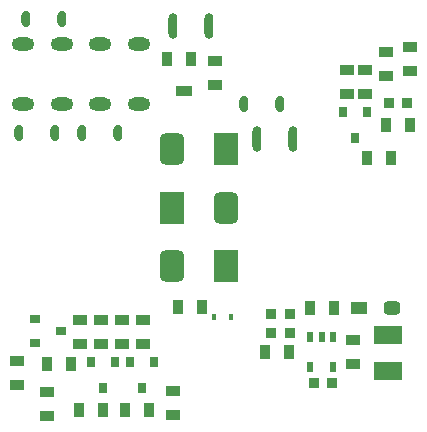
<source format=gtp>
G04*
G04  File:            OPENGEIGER1.0.GTP, Mon Apr 22 08:53:58 2019*
G04  Source:          P-CAD 2004 PCB, Version 18.03.448, (C:\Users\Kent\Documents\customers\Medcom\OpenSource\OpenGeiger\OpenGeiger1.0.PCB)*
G04  Format:          Gerber Format (RS-274-D), ASCII*
G04*
G04  Format Options:  Absolute Positioning*
G04                   Leading-Zero Suppression*
G04                   Scale Factor 1:1*
G04                   NO Circular Interpolation*
G04                   Inch Units*
G04                   Numeric Format: 4.4 (XXXX.XXXX)*
G04                   G54 NOT Used for Aperture Change*
G04                   Apertures Embedded*
G04*
G04  File Options:    Offset = (0.0mil,0.0mil)*
G04                   Drill Symbol Size = 80.0mil*
G04                   No Pad/Via Holes*
G04*
G04  File Contents:   Pads*
G04                   No Vias*
G04                   No Designators*
G04                   No Types*
G04                   No Values*
G04                   No Drill Symbols*
G04                   Top Paste*
G04*
%INOPENGEIGER1.0.GTP*%
%ICAS*%
%MOIN*%
G04*
G04  Aperture MACROs for general use --- invoked via D-code assignment *
G04*
G04  General MACRO for flashed round with rotation and/or offset hole *
%AMROTOFFROUND*
1,1,$1,0.0000,0.0000*
1,0,$2,$3,$4*%
G04*
G04  General MACRO for flashed oval (obround) with rotation and/or offset hole *
%AMROTOFFOVAL*
21,1,$1,$2,0.0000,0.0000,$3*
1,1,$4,$5,$6*
1,1,$4,0-$5,0-$6*
1,0,$7,$8,$9*%
G04*
G04  General MACRO for flashed oval (obround) with rotation and no hole *
%AMROTOVALNOHOLE*
21,1,$1,$2,0.0000,0.0000,$3*
1,1,$4,$5,$6*
1,1,$4,0-$5,0-$6*%
G04*
G04  General MACRO for flashed rectangle with rotation and/or offset hole *
%AMROTOFFRECT*
21,1,$1,$2,0.0000,0.0000,$3*
1,0,$4,$5,$6*%
G04*
G04  General MACRO for flashed rectangle with rotation and no hole *
%AMROTRECTNOHOLE*
21,1,$1,$2,0.0000,0.0000,$3*%
G04*
G04  General MACRO for flashed rounded-rectangle *
%AMROUNDRECT*
21,1,$1,$2-$4,0.0000,0.0000,$3*
21,1,$1-$4,$2,0.0000,0.0000,$3*
1,1,$4,$5,$6*
1,1,$4,$7,$8*
1,1,$4,0-$5,0-$6*
1,1,$4,0-$7,0-$8*
1,0,$9,$10,$11*%
G04*
G04  General MACRO for flashed rounded-rectangle with rotation and no hole *
%AMROUNDRECTNOHOLE*
21,1,$1,$2-$4,0.0000,0.0000,$3*
21,1,$1-$4,$2,0.0000,0.0000,$3*
1,1,$4,$5,$6*
1,1,$4,$7,$8*
1,1,$4,0-$5,0-$6*
1,1,$4,0-$7,0-$8*%
G04*
G04  General MACRO for flashed regular polygon *
%AMREGPOLY*
5,1,$1,0.0000,0.0000,$2,$3+$4*
1,0,$5,$6,$7*%
G04*
G04  General MACRO for flashed regular polygon with no hole *
%AMREGPOLYNOHOLE*
5,1,$1,0.0000,0.0000,$2,$3+$4*%
G04*
G04  General MACRO for target *
%AMTARGET*
6,0,0,$1,$2,$3,4,$4,$5,$6*%
G04*
G04  General MACRO for mounting hole *
%AMMTHOLE*
1,1,$1,0,0*
1,0,$2,0,0*
$1=$1-$2*
$1=$1/2*
21,1,$2+$1,$3,0,0,$4*
21,1,$3,$2+$1,0,0,$4*%
G04*
G04*
G04  D10 : "Ellipse X8.0mil Y8.0mil H0.0mil 0.0deg (0.0mil,0.0mil) Draw"*
G04  Disc: OuterDia=0.0080*
%ADD10C, 0.0080*%
G04  D11 : "Ellipse X10.0mil Y10.0mil H0.0mil 0.0deg (0.0mil,0.0mil) Draw"*
G04  Disc: OuterDia=0.0100*
%ADD11C, 0.0100*%
G04  D12 : "Ellipse X12.0mil Y12.0mil H0.0mil 0.0deg (0.0mil,0.0mil) Draw"*
G04  Disc: OuterDia=0.0120*
%ADD12C, 0.0120*%
G04  D13 : "Ellipse X15.0mil Y15.0mil H0.0mil 0.0deg (0.0mil,0.0mil) Draw"*
G04  Disc: OuterDia=0.0150*
%ADD13C, 0.0150*%
G04  D14 : "Ellipse X16.0mil Y16.0mil H0.0mil 0.0deg (0.0mil,0.0mil) Draw"*
G04  Disc: OuterDia=0.0160*
%ADD14C, 0.0160*%
G04  D15 : "Ellipse X2.0mil Y2.0mil H0.0mil 0.0deg (0.0mil,0.0mil) Draw"*
G04  Disc: OuterDia=0.0020*
%ADD15C, 0.0020*%
G04  D16 : "Ellipse X2.0mil Y2.0mil H0.0mil 0.0deg (0.0mil,0.0mil) Draw"*
G04  Disc: OuterDia=0.0020*
%ADD16C, 0.0020*%
G04  D17 : "Ellipse X20.0mil Y20.0mil H0.0mil 0.0deg (0.0mil,0.0mil) Draw"*
G04  Disc: OuterDia=0.0200*
%ADD17C, 0.0200*%
G04  D18 : "Ellipse X25.0mil Y25.0mil H0.0mil 0.0deg (0.0mil,0.0mil) Draw"*
G04  Disc: OuterDia=0.0250*
%ADD18C, 0.0250*%
G04  D19 : "Ellipse X3.9mil Y3.9mil H0.0mil 0.0deg (0.0mil,0.0mil) Draw"*
G04  Disc: OuterDia=0.0039*
%ADD19C, 0.0039*%
G04  D20 : "Ellipse X4.0mil Y4.0mil H0.0mil 0.0deg (0.0mil,0.0mil) Draw"*
G04  Disc: OuterDia=0.0040*
%ADD20C, 0.0040*%
G04  D21 : "Ellipse X5.0mil Y5.0mil H0.0mil 0.0deg (0.0mil,0.0mil) Draw"*
G04  Disc: OuterDia=0.0050*
%ADD21C, 0.0050*%
G04  D22 : "Ellipse X50.0mil Y50.0mil H0.0mil 0.0deg (0.0mil,0.0mil) Draw"*
G04  Disc: OuterDia=0.0500*
%ADD22C, 0.0500*%
G04  D23 : "Ellipse X6.0mil Y6.0mil H0.0mil 0.0deg (0.0mil,0.0mil) Draw"*
G04  Disc: OuterDia=0.0060*
%ADD23C, 0.0060*%
G04  D24 : "Ellipse X6.0mil Y6.0mil H0.0mil 0.0deg (0.0mil,0.0mil) Draw"*
G04  Disc: OuterDia=0.0060*
%ADD24C, 0.0060*%
G04  D25 : "Ellipse X7.0mil Y7.0mil H0.0mil 0.0deg (0.0mil,0.0mil) Draw"*
G04  Disc: OuterDia=0.0070*
%ADD25C, 0.0070*%
G04  D26 : "Ellipse X204.0mil Y204.0mil H0.0mil 0.0deg (0.0mil,0.0mil) Flash"*
G04  Disc: OuterDia=0.2040*
%ADD26C, 0.2040*%
G04  D27 : "Ellipse X40.0mil Y40.0mil H0.0mil 0.0deg (0.0mil,0.0mil) Flash"*
G04  Disc: OuterDia=0.0400*
%ADD27C, 0.0400*%
G04  D28 : "Ellipse X44.0mil Y44.0mil H0.0mil 0.0deg (0.0mil,0.0mil) Flash"*
G04  Disc: OuterDia=0.0440*
%ADD28C, 0.0440*%
G04  D29 : "Ellipse X60.0mil Y60.0mil H0.0mil 0.0deg (0.0mil,0.0mil) Flash"*
G04  Disc: OuterDia=0.0600*
%ADD29C, 0.0600*%
G04  D30 : "Ellipse X64.0mil Y64.0mil H0.0mil 0.0deg (0.0mil,0.0mil) Flash"*
G04  Disc: OuterDia=0.0640*
%ADD30C, 0.0640*%
G04  D31 : "Ellipse X70.0mil Y70.0mil H0.0mil 0.0deg (0.0mil,0.0mil) Flash"*
G04  Disc: OuterDia=0.0700*
%ADD31C, 0.0700*%
G04  D32 : "Ellipse X74.0mil Y74.0mil H0.0mil 0.0deg (0.0mil,0.0mil) Flash"*
G04  Disc: OuterDia=0.0740*
%ADD32C, 0.0740*%
G04  D33 : "Ellipse X80.0mil Y80.0mil H0.0mil 0.0deg (0.0mil,0.0mil) Flash"*
G04  Disc: OuterDia=0.0800*
%ADD33C, 0.0800*%
G04  D34 : "Ellipse X84.0mil Y84.0mil H0.0mil 0.0deg (0.0mil,0.0mil) Flash"*
G04  Disc: OuterDia=0.0840*
%ADD34C, 0.0840*%
G04  D35 : "Mounting Hole X200.0mil Y200.0mil H0.0mil 0.0deg (0.0mil,0.0mil) Flash"*
G04  Mounting Hole: Diameter=0.2000, Rotation=0.0, LineWidth=0.0050 *
%ADD35MTHOLE, 0.2000 X0.1800 X0.0050 X0.0*%
G04  D36 : "Oval X75.0mil Y45.0mil H0.0mil 0.0deg (0.0mil,0.0mil) Flash"*
G04  Obround: DimX=0.0750, DimY=0.0450, Rotation=0.0, OffsetX=0.0000, OffsetY=0.0000, HoleDia=0.0000 *
%ADD36O, 0.0750 X0.0450*%
G04  D37 : "Oval X30.0mil Y56.0mil H0.0mil 0.0deg (0.0mil,0.0mil) Flash"*
G04  Obround: DimX=0.0300, DimY=0.0560, Rotation=0.0, OffsetX=0.0000, OffsetY=0.0000, HoleDia=0.0000 *
%ADD37O, 0.0300 X0.0560*%
G04  D38 : "Oval X30.0mil Y86.0mil H0.0mil 0.0deg (0.0mil,0.0mil) Flash"*
G04  Obround: DimX=0.0300, DimY=0.0860, Rotation=0.0, OffsetX=0.0000, OffsetY=0.0000, HoleDia=0.0000 *
%ADD38O, 0.0300 X0.0860*%
G04  D39 : "Rounded Rectangle X82.0mil Y106.0mil H0.0mil 0.0deg (0.0mil,0.0mil) Flash"*
G04  RoundRct: DimX=0.0820, DimY=0.1060, CornerRad=0.0205, Rotation=0.0, OffsetX=0.0000, OffsetY=0.0000, HoleDia=0.0000 *
%ADD39ROUNDRECTNOHOLE, 0.0820 X0.1060 X0.0 X0.0410 X-0.0205 X-0.0325 X-0.0205 X0.0325*%
G04  D40 : "Rounded Rectangle X86.0mil Y110.0mil H0.0mil 0.0deg (0.0mil,0.0mil) Flash"*
G04  RoundRct: DimX=0.0860, DimY=0.1100, CornerRad=0.0215, Rotation=0.0, OffsetX=0.0000, OffsetY=0.0000, HoleDia=0.0000 *
%ADD40ROUNDRECTNOHOLE, 0.0860 X0.1100 X0.0 X0.0430 X-0.0215 X-0.0335 X-0.0215 X0.0335*%
G04  D41 : "Rounded Rectangle X90.0mil Y114.0mil H0.0mil 0.0deg (0.0mil,0.0mil) Flash"*
G04  RoundRct: DimX=0.0900, DimY=0.1140, CornerRad=0.0225, Rotation=0.0, OffsetX=0.0000, OffsetY=0.0000, HoleDia=0.0000 *
%ADD41ROUNDRECTNOHOLE, 0.0900 X0.1140 X0.0 X0.0450 X-0.0225 X-0.0345 X-0.0225 X0.0345*%
G04  D42 : "Rounded Rectangle X35.8mil Y35.8mil H0.0mil 0.0deg (0.0mil,0.0mil) Flash"*
G04  RoundRct: DimX=0.0358, DimY=0.0358, CornerRad=0.0089, Rotation=0.0, OffsetX=0.0000, OffsetY=0.0000, HoleDia=0.0000 *
%ADD42ROUNDRECTNOHOLE, 0.0358 X0.0358 X0.0 X0.0179 X-0.0089 X-0.0089 X-0.0089 X0.0089*%
G04  D43 : "Rounded Rectangle X39.8mil Y39.8mil H0.0mil 0.0deg (0.0mil,0.0mil) Flash"*
G04  RoundRct: DimX=0.0398, DimY=0.0398, CornerRad=0.0099, Rotation=0.0, OffsetX=0.0000, OffsetY=0.0000, HoleDia=0.0000 *
%ADD43ROUNDRECTNOHOLE, 0.0398 X0.0398 X0.0 X0.0199 X-0.0099 X-0.0099 X-0.0099 X0.0099*%
G04  D44 : "Rounded Rectangle X43.8mil Y43.8mil H0.0mil 0.0deg (0.0mil,0.0mil) Flash"*
G04  RoundRct: DimX=0.0438, DimY=0.0438, CornerRad=0.0109, Rotation=0.0, OffsetX=0.0000, OffsetY=0.0000, HoleDia=0.0000 *
%ADD44ROUNDRECTNOHOLE, 0.0438 X0.0438 X0.0 X0.0219 X-0.0109 X-0.0109 X-0.0109 X0.0109*%
G04  D45 : "Rounded Rectangle X56.0mil Y36.0mil H0.0mil 0.0deg (0.0mil,0.0mil) Flash"*
G04  RoundRct: DimX=0.0560, DimY=0.0360, CornerRad=0.0090, Rotation=0.0, OffsetX=0.0000, OffsetY=0.0000, HoleDia=0.0000 *
%ADD45ROUNDRECTNOHOLE, 0.0560 X0.0360 X0.0 X0.0180 X-0.0190 X-0.0090 X-0.0190 X0.0090*%
G04  D46 : "Rounded Rectangle X56.0mil Y44.0mil H0.0mil 0.0deg (0.0mil,0.0mil) Flash"*
G04  RoundRct: DimX=0.0560, DimY=0.0440, CornerRad=0.0110, Rotation=0.0, OffsetX=0.0000, OffsetY=0.0000, HoleDia=0.0000 *
%ADD46ROUNDRECTNOHOLE, 0.0560 X0.0440 X0.0 X0.0220 X-0.0170 X-0.0110 X-0.0170 X0.0110*%
G04  D47 : "Rounded Rectangle X60.0mil Y40.0mil H0.0mil 0.0deg (0.0mil,0.0mil) Flash"*
G04  RoundRct: DimX=0.0600, DimY=0.0400, CornerRad=0.0100, Rotation=0.0, OffsetX=0.0000, OffsetY=0.0000, HoleDia=0.0000 *
%ADD47ROUNDRECTNOHOLE, 0.0600 X0.0400 X0.0 X0.0200 X-0.0200 X-0.0100 X-0.0200 X0.0100*%
G04  D48 : "Rounded Rectangle X40.0mil Y60.0mil H0.0mil 0.0deg (0.0mil,0.0mil) Flash"*
G04  RoundRct: DimX=0.0400, DimY=0.0600, CornerRad=0.0100, Rotation=0.0, OffsetX=0.0000, OffsetY=0.0000, HoleDia=0.0000 *
%ADD48ROUNDRECTNOHOLE, 0.0400 X0.0600 X0.0 X0.0200 X-0.0100 X-0.0200 X-0.0100 X0.0200*%
G04  D49 : "Rounded Rectangle X60.0mil Y48.0mil H0.0mil 0.0deg (0.0mil,0.0mil) Flash"*
G04  RoundRct: DimX=0.0600, DimY=0.0480, CornerRad=0.0120, Rotation=0.0, OffsetX=0.0000, OffsetY=0.0000, HoleDia=0.0000 *
%ADD49ROUNDRECTNOHOLE, 0.0600 X0.0480 X0.0 X0.0240 X-0.0180 X-0.0120 X-0.0180 X0.0120*%
G04  D50 : "Rounded Rectangle X64.0mil Y44.0mil H0.0mil 0.0deg (0.0mil,0.0mil) Flash"*
G04  RoundRct: DimX=0.0640, DimY=0.0440, CornerRad=0.0110, Rotation=0.0, OffsetX=0.0000, OffsetY=0.0000, HoleDia=0.0000 *
%ADD50ROUNDRECTNOHOLE, 0.0640 X0.0440 X0.0 X0.0220 X-0.0210 X-0.0110 X-0.0210 X0.0110*%
G04  D51 : "Rounded Rectangle X44.0mil Y64.0mil H0.0mil 0.0deg (0.0mil,0.0mil) Flash"*
G04  RoundRct: DimX=0.0440, DimY=0.0640, CornerRad=0.0110, Rotation=0.0, OffsetX=0.0000, OffsetY=0.0000, HoleDia=0.0000 *
%ADD51ROUNDRECTNOHOLE, 0.0440 X0.0640 X0.0 X0.0220 X-0.0110 X-0.0210 X-0.0110 X0.0210*%
G04  D52 : "Rounded Rectangle X64.0mil Y52.0mil H0.0mil 0.0deg (0.0mil,0.0mil) Flash"*
G04  RoundRct: DimX=0.0640, DimY=0.0520, CornerRad=0.0130, Rotation=0.0, OffsetX=0.0000, OffsetY=0.0000, HoleDia=0.0000 *
%ADD52ROUNDRECTNOHOLE, 0.0640 X0.0520 X0.0 X0.0260 X-0.0190 X-0.0130 X-0.0190 X0.0130*%
G04  D53 : "Rectangle X82.0mil Y106.0mil H0.0mil 0.0deg (0.0mil,0.0mil) Flash"*
G04  Rectangular: DimX=0.0820, DimY=0.1060, Rotation=0.0, OffsetX=0.0000, OffsetY=0.0000, HoleDia=0.0000 *
%ADD53R, 0.0820 X0.1060*%
G04  D54 : "Rectangle X86.0mil Y110.0mil H0.0mil 0.0deg (0.0mil,0.0mil) Flash"*
G04  Rectangular: DimX=0.0860, DimY=0.1100, Rotation=0.0, OffsetX=0.0000, OffsetY=0.0000, HoleDia=0.0000 *
%ADD54R, 0.0860 X0.1100*%
G04  D55 : "Rectangle X90.0mil Y114.0mil H0.0mil 0.0deg (0.0mil,0.0mil) Flash"*
G04  Rectangular: DimX=0.0900, DimY=0.1140, Rotation=0.0, OffsetX=0.0000, OffsetY=0.0000, HoleDia=0.0000 *
%ADD55R, 0.0900 X0.1140*%
G04  D56 : "Rectangle X15.7mil Y19.6mil H0.0mil 0.0deg (0.0mil,0.0mil) Flash"*
G04  Rectangular: DimX=0.0157, DimY=0.0196, Rotation=0.0, OffsetX=0.0000, OffsetY=0.0000, HoleDia=0.0000 *
%ADD56R, 0.0157 X0.0196*%
G04  D57 : "Rectangle X19.6mil Y15.7mil H0.0mil 0.0deg (0.0mil,0.0mil) Flash"*
G04  Rectangular: DimX=0.0196, DimY=0.0157, Rotation=0.0, OffsetX=0.0000, OffsetY=0.0000, HoleDia=0.0000 *
%ADD57R, 0.0196 X0.0157*%
G04  D58 : "Rectangle X19.7mil Y23.6mil H0.0mil 0.0deg (0.0mil,0.0mil) Flash"*
G04  Rectangular: DimX=0.0197, DimY=0.0236, Rotation=0.0, OffsetX=0.0000, OffsetY=0.0000, HoleDia=0.0000 *
%ADD58R, 0.0197 X0.0236*%
G04  D59 : "Rectangle X23.6mil Y19.7mil H0.0mil 0.0deg (0.0mil,0.0mil) Flash"*
G04  Rectangular: DimX=0.0236, DimY=0.0197, Rotation=0.0, OffsetX=0.0000, OffsetY=0.0000, HoleDia=0.0000 *
%ADD59R, 0.0236 X0.0197*%
G04  D60 : "Rectangle X23.7mil Y27.6mil H0.0mil 0.0deg (0.0mil,0.0mil) Flash"*
G04  Rectangular: DimX=0.0237, DimY=0.0276, Rotation=0.0, OffsetX=0.0000, OffsetY=0.0000, HoleDia=0.0000 *
%ADD60R, 0.0237 X0.0276*%
G04  D61 : "Rectangle X27.6mil Y23.7mil H0.0mil 0.0deg (0.0mil,0.0mil) Flash"*
G04  Rectangular: DimX=0.0276, DimY=0.0237, Rotation=0.0, OffsetX=0.0000, OffsetY=0.0000, HoleDia=0.0000 *
%ADD61R, 0.0276 X0.0237*%
G04  D62 : "Rectangle X28.0mil Y36.0mil H0.0mil 0.0deg (0.0mil,0.0mil) Flash"*
G04  Rectangular: DimX=0.0280, DimY=0.0360, Rotation=0.0, OffsetX=0.0000, OffsetY=0.0000, HoleDia=0.0000 *
%ADD62R, 0.0280 X0.0360*%
G04  D63 : "Rectangle X36.0mil Y28.0mil H0.0mil 0.0deg (0.0mil,0.0mil) Flash"*
G04  Rectangular: DimX=0.0360, DimY=0.0280, Rotation=0.0, OffsetX=0.0000, OffsetY=0.0000, HoleDia=0.0000 *
%ADD63R, 0.0360 X0.0280*%
G04  D64 : "Rectangle X24.0mil Y32.0mil H0.0mil 0.0deg (0.0mil,0.0mil) Flash"*
G04  Rectangular: DimX=0.0240, DimY=0.0320, Rotation=0.0, OffsetX=0.0000, OffsetY=0.0000, HoleDia=0.0000 *
%ADD64R, 0.0240 X0.0320*%
G04  D65 : "Rectangle X32.0mil Y40.0mil H0.0mil 0.0deg (0.0mil,0.0mil) Flash"*
G04  Rectangular: DimX=0.0320, DimY=0.0400, Rotation=0.0, OffsetX=0.0000, OffsetY=0.0000, HoleDia=0.0000 *
%ADD65R, 0.0320 X0.0400*%
G04  D66 : "Rectangle X40.0mil Y32.0mil H0.0mil 0.0deg (0.0mil,0.0mil) Flash"*
G04  Rectangular: DimX=0.0400, DimY=0.0320, Rotation=0.0, OffsetX=0.0000, OffsetY=0.0000, HoleDia=0.0000 *
%ADD66R, 0.0400 X0.0320*%
G04  D67 : "Rectangle X36.0mil Y44.0mil H0.0mil 0.0deg (0.0mil,0.0mil) Flash"*
G04  Rectangular: DimX=0.0360, DimY=0.0440, Rotation=0.0, OffsetX=0.0000, OffsetY=0.0000, HoleDia=0.0000 *
%ADD67R, 0.0360 X0.0440*%
G04  D68 : "Rectangle X44.0mil Y36.0mil H0.0mil 0.0deg (0.0mil,0.0mil) Flash"*
G04  Rectangular: DimX=0.0440, DimY=0.0360, Rotation=0.0, OffsetX=0.0000, OffsetY=0.0000, HoleDia=0.0000 *
%ADD68R, 0.0440 X0.0360*%
G04  D69 : "Rectangle X46.0mil Y36.0mil H0.0mil 0.0deg (0.0mil,0.0mil) Flash"*
G04  Rectangular: DimX=0.0460, DimY=0.0360, Rotation=0.0, OffsetX=0.0000, OffsetY=0.0000, HoleDia=0.0000 *
%ADD69R, 0.0460 X0.0360*%
G04  D70 : "Rectangle X36.0mil Y46.0mil H0.0mil 0.0deg (0.0mil,0.0mil) Flash"*
G04  Rectangular: DimX=0.0360, DimY=0.0460, Rotation=0.0, OffsetX=0.0000, OffsetY=0.0000, HoleDia=0.0000 *
%ADD70R, 0.0360 X0.0460*%
G04  D71 : "Rectangle X50.0mil Y40.0mil H0.0mil 0.0deg (0.0mil,0.0mil) Flash"*
G04  Rectangular: DimX=0.0500, DimY=0.0400, Rotation=0.0, OffsetX=0.0000, OffsetY=0.0000, HoleDia=0.0000 *
%ADD71R, 0.0500 X0.0400*%
G04  D72 : "Rectangle X40.0mil Y50.0mil H0.0mil 0.0deg (0.0mil,0.0mil) Flash"*
G04  Rectangular: DimX=0.0400, DimY=0.0500, Rotation=0.0, OffsetX=0.0000, OffsetY=0.0000, HoleDia=0.0000 *
%ADD72R, 0.0400 X0.0500*%
G04  D73 : "Rectangle X54.0mil Y44.0mil H0.0mil 0.0deg (0.0mil,0.0mil) Flash"*
G04  Rectangular: DimX=0.0540, DimY=0.0440, Rotation=0.0, OffsetX=0.0000, OffsetY=0.0000, HoleDia=0.0000 *
%ADD73R, 0.0540 X0.0440*%
G04  D74 : "Rectangle X44.0mil Y54.0mil H0.0mil 0.0deg (0.0mil,0.0mil) Flash"*
G04  Rectangular: DimX=0.0440, DimY=0.0540, Rotation=0.0, OffsetX=0.0000, OffsetY=0.0000, HoleDia=0.0000 *
%ADD74R, 0.0440 X0.0540*%
G04  D75 : "Rectangle X56.0mil Y44.0mil H0.0mil 0.0deg (0.0mil,0.0mil) Flash"*
G04  Rectangular: DimX=0.0560, DimY=0.0440, Rotation=0.0, OffsetX=0.0000, OffsetY=0.0000, HoleDia=0.0000 *
%ADD75R, 0.0560 X0.0440*%
G04  D76 : "Rectangle X40.0mil Y60.0mil H0.0mil 0.0deg (0.0mil,0.0mil) Flash"*
G04  Rectangular: DimX=0.0400, DimY=0.0600, Rotation=0.0, OffsetX=0.0000, OffsetY=0.0000, HoleDia=0.0000 *
%ADD76R, 0.0400 X0.0600*%
G04  D77 : "Rectangle X60.0mil Y48.0mil H0.0mil 0.0deg (0.0mil,0.0mil) Flash"*
G04  Rectangular: DimX=0.0600, DimY=0.0480, Rotation=0.0, OffsetX=0.0000, OffsetY=0.0000, HoleDia=0.0000 *
%ADD77R, 0.0600 X0.0480*%
G04  D78 : "Rectangle X96.0mil Y61.0mil H0.0mil 0.0deg (0.0mil,0.0mil) Flash"*
G04  Rectangular: DimX=0.0960, DimY=0.0610, Rotation=0.0, OffsetX=0.0000, OffsetY=0.0000, HoleDia=0.0000 *
%ADD78R, 0.0960 X0.0610*%
G04  D79 : "Rectangle X44.0mil Y64.0mil H0.0mil 0.0deg (0.0mil,0.0mil) Flash"*
G04  Rectangular: DimX=0.0440, DimY=0.0640, Rotation=0.0, OffsetX=0.0000, OffsetY=0.0000, HoleDia=0.0000 *
%ADD79R, 0.0440 X0.0640*%
G04  D80 : "Rectangle X64.0mil Y52.0mil H0.0mil 0.0deg (0.0mil,0.0mil) Flash"*
G04  Rectangular: DimX=0.0640, DimY=0.0520, Rotation=0.0, OffsetX=0.0000, OffsetY=0.0000, HoleDia=0.0000 *
%ADD80R, 0.0640 X0.0520*%
G04  D81 : "Rectangle X100.0mil Y65.0mil H0.0mil 0.0deg (0.0mil,0.0mil) Flash"*
G04  Rectangular: DimX=0.1000, DimY=0.0650, Rotation=0.0, OffsetX=0.0000, OffsetY=0.0000, HoleDia=0.0000 *
%ADD81R, 0.1000 X0.0650*%
G04  D82 : "Rectangle X104.0mil Y69.0mil H0.0mil 0.0deg (0.0mil,0.0mil) Flash"*
G04  Rectangular: DimX=0.1040, DimY=0.0690, Rotation=0.0, OffsetX=0.0000, OffsetY=0.0000, HoleDia=0.0000 *
%ADD82R, 0.1040 X0.0690*%
G04  D83 : "Rectangle X70.0mil Y70.0mil H0.0mil 0.0deg (0.0mil,0.0mil) Flash"*
G04  Square: Side=0.0700, Rotation=0.0, OffsetX=0.0000, OffsetY=0.0000, HoleDia=0.0000*
%ADD83R, 0.0700 X0.0700*%
G04  D84 : "Rectangle X74.0mil Y74.0mil H0.0mil 0.0deg (0.0mil,0.0mil) Flash"*
G04  Square: Side=0.0740, Rotation=0.0, OffsetX=0.0000, OffsetY=0.0000, HoleDia=0.0000*
%ADD84R, 0.0740 X0.0740*%
G04  D85 : "Rectangle X76.0mil Y22.0mil H0.0mil 0.0deg (0.0mil,0.0mil) Flash"*
G04  Rectangular: DimX=0.0760, DimY=0.0220, Rotation=0.0, OffsetX=0.0000, OffsetY=0.0000, HoleDia=0.0000 *
%ADD85R, 0.0760 X0.0220*%
G04  D86 : "Rectangle X80.0mil Y26.0mil H0.0mil 0.0deg (0.0mil,0.0mil) Flash"*
G04  Rectangular: DimX=0.0800, DimY=0.0260, Rotation=0.0, OffsetX=0.0000, OffsetY=0.0000, HoleDia=0.0000 *
%ADD86R, 0.0800 X0.0260*%
G04  D87 : "Rectangle X84.0mil Y30.0mil H0.0mil 0.0deg (0.0mil,0.0mil) Flash"*
G04  Rectangular: DimX=0.0840, DimY=0.0300, Rotation=0.0, OffsetX=0.0000, OffsetY=0.0000, HoleDia=0.0000 *
%ADD87R, 0.0840 X0.0300*%
G04  D88 : "Rectangle X40.0mil Y90.0mil H0.0mil 0.0deg (0.0mil,0.0mil) Flash"*
G04  Rectangular: DimX=0.0400, DimY=0.0900, Rotation=0.0, OffsetX=0.0000, OffsetY=0.0000, HoleDia=0.0000 *
%ADD88R, 0.0400 X0.0900*%
G04  D89 : "Rectangle X80.0mil Y90.0mil H0.0mil 0.0deg (0.0mil,0.0mil) Flash"*
G04  Rectangular: DimX=0.0800, DimY=0.0900, Rotation=0.0, OffsetX=0.0000, OffsetY=0.0000, HoleDia=0.0000 *
%ADD89R, 0.0800 X0.0900*%
G04  D90 : "Rectangle X44.0mil Y94.0mil H0.0mil 0.0deg (0.0mil,0.0mil) Flash"*
G04  Rectangular: DimX=0.0440, DimY=0.0940, Rotation=0.0, OffsetX=0.0000, OffsetY=0.0000, HoleDia=0.0000 *
%ADD90R, 0.0440 X0.0940*%
G04  D91 : "Rectangle X84.0mil Y94.0mil H0.0mil 0.0deg (0.0mil,0.0mil) Flash"*
G04  Rectangular: DimX=0.0840, DimY=0.0940, Rotation=0.0, OffsetX=0.0000, OffsetY=0.0000, HoleDia=0.0000 *
%ADD91R, 0.0840 X0.0940*%
G04  D92 : "Ellipse X30.0mil Y30.0mil H0.0mil 0.0deg (0.0mil,0.0mil) Flash"*
G04  Disc: OuterDia=0.0300*
%ADD92C, 0.0300*%
G04  D93 : "Ellipse X34.0mil Y34.0mil H0.0mil 0.0deg (0.0mil,0.0mil) Flash"*
G04  Disc: OuterDia=0.0340*
%ADD93C, 0.0340*%
G04*
%FSLAX44Y44*%
%SFA1B1*%
%OFA0.0000B0.0000*%
G04*
G70*
G90*
G01*
D2*
%LNTop Paste*%
D69*
X10600Y16250D3*
Y15450D3*
X17200Y26250D3*
Y25450D3*
D70*
X15600Y26300D3*
X16400D3*
D45*
X16150Y25250D3*
D78*
X22950Y17100D3*
Y15900D3*
D70*
X23050Y23000D3*
X22250D3*
D42*
X23614Y24850D3*
X22985D3*
D69*
X22200Y25150D3*
Y25950D3*
D70*
X12650Y14600D3*
X13450D3*
D69*
X14100Y17600D3*
Y16800D3*
X13400Y17600D3*
Y16800D3*
D62*
X13450Y15330D3*
X13050Y16200D3*
X13850D3*
D69*
X12700Y17600D3*
Y16800D3*
X15800Y14450D3*
Y15250D3*
D70*
X16750Y18050D3*
X15950D3*
D38*
X19800Y23650D3*
X18600D3*
D42*
X19700Y17814D3*
Y17185D3*
X19050Y17814D3*
Y17185D3*
D69*
X21800Y16150D3*
Y16950D3*
D46*
X23100Y18000D3*
D75*
X22000D3*
D36*
X10800Y26800D3*
Y24800D3*
X13350Y26800D3*
Y24800D3*
D69*
X22900Y25750D3*
Y26550D3*
D70*
X11600Y16150D3*
X12400D3*
D37*
X12100Y27650D3*
X10900D3*
D69*
X14800Y17600D3*
Y16800D3*
D70*
X18850Y16550D3*
X19650D3*
D42*
X21114Y15500D3*
X20485D3*
D64*
X20370Y17050D3*
X21130D3*
X20370Y16050D3*
X21130D3*
X20750Y17050D3*
D39*
X15750Y19400D3*
D53*
X17550D3*
D69*
X21600Y25150D3*
Y25950D3*
D37*
X18150Y24800D3*
X19350D3*
X11850Y23850D3*
X10650D3*
D63*
X12070Y17250D3*
X11200Y16850D3*
Y17650D3*
D69*
X11600Y14400D3*
Y15200D3*
D70*
X15000Y14600D3*
X14200D3*
D62*
X14750Y15330D3*
X14350Y16200D3*
X15150D3*
D39*
X17550Y21350D3*
D53*
X15750D3*
D39*
Y23300D3*
D53*
X17550D3*
D70*
X20350Y18000D3*
X21150D3*
D56*
X17174Y17700D3*
X17725D3*
D70*
X23700Y24100D3*
X22900D3*
D62*
X21850Y23680D3*
X21450Y24550D3*
X22250D3*
D69*
X23700Y26700D3*
Y25900D3*
D38*
X17000Y27400D3*
X15800D3*
D36*
X12100Y24800D3*
Y26800D3*
X14650Y24800D3*
Y26800D3*
D37*
X13950Y23850D3*
X12750D3*
D02M02*

</source>
